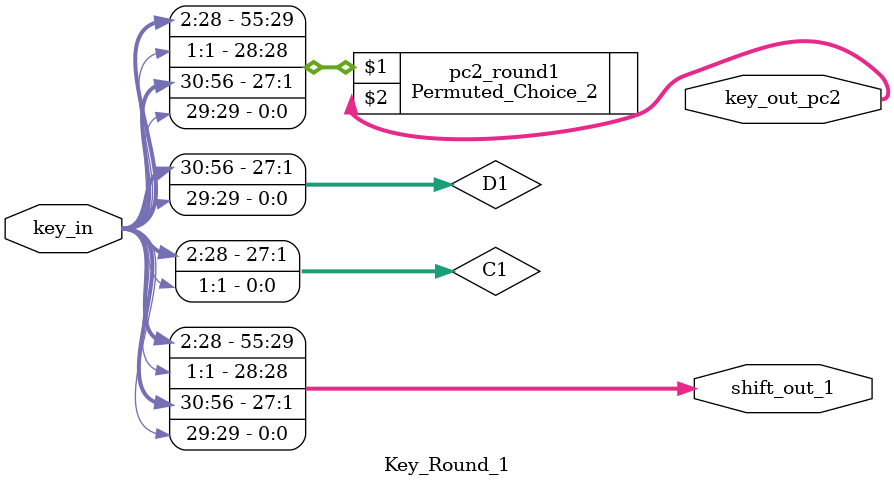
<source format=v>
`timescale 1ns / 1ps
module Key_Round_1(
    input [1:56] key_in,
    output [1:56] shift_out_1,
    output [1:48] key_out_pc2
    );

wire [1:28] C1,D1;
assign C1={key_in[2:28],key_in[1]};
assign D1={key_in[30:56],key_in[29]};
assign shift_out_1={C1,D1};

Permuted_Choice_2 pc2_round1(shift_out_1, key_out_pc2);

endmodule

</source>
